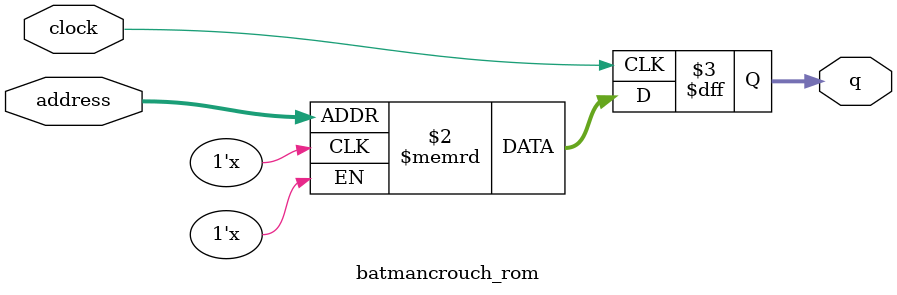
<source format=sv>
module batmancrouch_rom (
	input logic clock,
	input logic [11:0] address,
	output logic [3:0] q
);

logic [3:0] memory [0:4095] /* synthesis ram_init_file = "./batmancrouch/batmancrouch.mif" */;

always_ff @ (posedge clock) begin
	q <= memory[address];
end

endmodule

</source>
